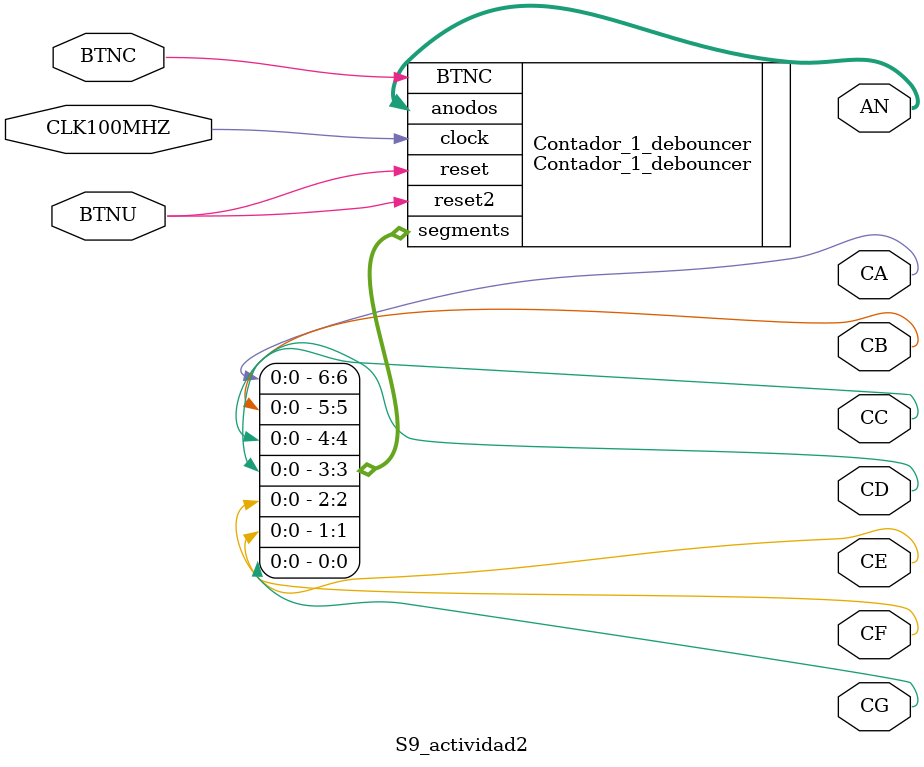
<source format=sv>
`timescale 1ns / 1ps


module S9_actividad2(
    input logic CLK100MHZ,
    input logic BTNC, BTNU,
    output logic CA, CB, CC, CD, CE, CF, CG,
    output logic [7:0] AN
    );

    
    Contador_1_debouncer#() Contador_1_debouncer(
        .clock      (CLK100MHZ),
        .reset      (BTNU),
        .reset2     (BTNU),
        .BTNC       (BTNC),
        .segments   ({CA, CB, CC, CD, CE, CF, CG}),   
        .anodos     (AN)
    );
    
    
    
endmodule

</source>
